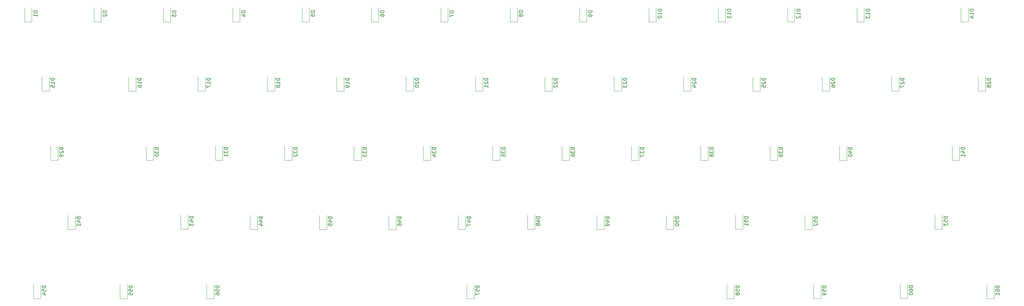
<source format=gbr>
%TF.GenerationSoftware,KiCad,Pcbnew,6.0.6-3a73a75311~116~ubuntu21.10.1*%
%TF.CreationDate,2022-10-26T18:33:10+02:00*%
%TF.ProjectId,Keyboard,4b657962-6f61-4726-942e-6b696361645f,rev?*%
%TF.SameCoordinates,Original*%
%TF.FileFunction,Legend,Bot*%
%TF.FilePolarity,Positive*%
%FSLAX46Y46*%
G04 Gerber Fmt 4.6, Leading zero omitted, Abs format (unit mm)*
G04 Created by KiCad (PCBNEW 6.0.6-3a73a75311~116~ubuntu21.10.1) date 2022-10-26 18:33:10*
%MOMM*%
%LPD*%
G01*
G04 APERTURE LIST*
%ADD10C,0.150000*%
%ADD11C,0.120000*%
G04 APERTURE END LIST*
D10*
%TO.C,D61*%
X347552780Y-145145114D02*
X346552780Y-145145114D01*
X346552780Y-145383209D01*
X346600400Y-145526066D01*
X346695638Y-145621304D01*
X346790876Y-145668923D01*
X346981352Y-145716542D01*
X347124209Y-145716542D01*
X347314685Y-145668923D01*
X347409923Y-145621304D01*
X347505161Y-145526066D01*
X347552780Y-145383209D01*
X347552780Y-145145114D01*
X346552780Y-146573685D02*
X346552780Y-146383209D01*
X346600400Y-146287971D01*
X346648019Y-146240352D01*
X346790876Y-146145114D01*
X346981352Y-146097495D01*
X347362304Y-146097495D01*
X347457542Y-146145114D01*
X347505161Y-146192733D01*
X347552780Y-146287971D01*
X347552780Y-146478447D01*
X347505161Y-146573685D01*
X347457542Y-146621304D01*
X347362304Y-146668923D01*
X347124209Y-146668923D01*
X347028971Y-146621304D01*
X346981352Y-146573685D01*
X346933733Y-146478447D01*
X346933733Y-146287971D01*
X346981352Y-146192733D01*
X347028971Y-146145114D01*
X347124209Y-146097495D01*
X347552780Y-147621304D02*
X347552780Y-147049876D01*
X347552780Y-147335590D02*
X346552780Y-147335590D01*
X346695638Y-147240352D01*
X346790876Y-147145114D01*
X346838495Y-147049876D01*
%TO.C,D19*%
X168972880Y-87998414D02*
X167972880Y-87998414D01*
X167972880Y-88236509D01*
X168020500Y-88379366D01*
X168115738Y-88474604D01*
X168210976Y-88522223D01*
X168401452Y-88569842D01*
X168544309Y-88569842D01*
X168734785Y-88522223D01*
X168830023Y-88474604D01*
X168925261Y-88379366D01*
X168972880Y-88236509D01*
X168972880Y-87998414D01*
X168972880Y-89522223D02*
X168972880Y-88950795D01*
X168972880Y-89236509D02*
X167972880Y-89236509D01*
X168115738Y-89141271D01*
X168210976Y-89046033D01*
X168258595Y-88950795D01*
X168972880Y-89998414D02*
X168972880Y-90188890D01*
X168925261Y-90284128D01*
X168877642Y-90331747D01*
X168734785Y-90426985D01*
X168544309Y-90474604D01*
X168163357Y-90474604D01*
X168068119Y-90426985D01*
X168020500Y-90379366D01*
X167972880Y-90284128D01*
X167972880Y-90093652D01*
X168020500Y-89998414D01*
X168068119Y-89950795D01*
X168163357Y-89903176D01*
X168401452Y-89903176D01*
X168496690Y-89950795D01*
X168544309Y-89998414D01*
X168591928Y-90093652D01*
X168591928Y-90284128D01*
X168544309Y-90379366D01*
X168496690Y-90426985D01*
X168401452Y-90474604D01*
%TO.C,D5*%
X159452280Y-69427704D02*
X158452280Y-69427704D01*
X158452280Y-69665800D01*
X158499900Y-69808657D01*
X158595138Y-69903895D01*
X158690376Y-69951514D01*
X158880852Y-69999133D01*
X159023709Y-69999133D01*
X159214185Y-69951514D01*
X159309423Y-69903895D01*
X159404661Y-69808657D01*
X159452280Y-69665800D01*
X159452280Y-69427704D01*
X158452280Y-70903895D02*
X158452280Y-70427704D01*
X158928471Y-70380085D01*
X158880852Y-70427704D01*
X158833233Y-70522942D01*
X158833233Y-70761038D01*
X158880852Y-70856276D01*
X158928471Y-70903895D01*
X159023709Y-70951514D01*
X159261804Y-70951514D01*
X159357042Y-70903895D01*
X159404661Y-70856276D01*
X159452280Y-70761038D01*
X159452280Y-70522942D01*
X159404661Y-70427704D01*
X159357042Y-70380085D01*
%TO.C,D16*%
X111823880Y-87998714D02*
X110823880Y-87998714D01*
X110823880Y-88236809D01*
X110871500Y-88379666D01*
X110966738Y-88474904D01*
X111061976Y-88522523D01*
X111252452Y-88570142D01*
X111395309Y-88570142D01*
X111585785Y-88522523D01*
X111681023Y-88474904D01*
X111776261Y-88379666D01*
X111823880Y-88236809D01*
X111823880Y-87998714D01*
X111823880Y-89522523D02*
X111823880Y-88951095D01*
X111823880Y-89236809D02*
X110823880Y-89236809D01*
X110966738Y-89141571D01*
X111061976Y-89046333D01*
X111109595Y-88951095D01*
X110823880Y-90379666D02*
X110823880Y-90189190D01*
X110871500Y-90093952D01*
X110919119Y-90046333D01*
X111061976Y-89951095D01*
X111252452Y-89903476D01*
X111633404Y-89903476D01*
X111728642Y-89951095D01*
X111776261Y-89998714D01*
X111823880Y-90093952D01*
X111823880Y-90284428D01*
X111776261Y-90379666D01*
X111728642Y-90427285D01*
X111633404Y-90474904D01*
X111395309Y-90474904D01*
X111300071Y-90427285D01*
X111252452Y-90379666D01*
X111204833Y-90284428D01*
X111204833Y-90093952D01*
X111252452Y-89998714D01*
X111300071Y-89951095D01*
X111395309Y-89903476D01*
%TO.C,D52*%
X297549680Y-126096314D02*
X296549680Y-126096314D01*
X296549680Y-126334409D01*
X296597300Y-126477266D01*
X296692538Y-126572504D01*
X296787776Y-126620123D01*
X296978252Y-126667742D01*
X297121109Y-126667742D01*
X297311585Y-126620123D01*
X297406823Y-126572504D01*
X297502061Y-126477266D01*
X297549680Y-126334409D01*
X297549680Y-126096314D01*
X296549680Y-127572504D02*
X296549680Y-127096314D01*
X297025871Y-127048695D01*
X296978252Y-127096314D01*
X296930633Y-127191552D01*
X296930633Y-127429647D01*
X296978252Y-127524885D01*
X297025871Y-127572504D01*
X297121109Y-127620123D01*
X297359204Y-127620123D01*
X297454442Y-127572504D01*
X297502061Y-127524885D01*
X297549680Y-127429647D01*
X297549680Y-127191552D01*
X297502061Y-127096314D01*
X297454442Y-127048695D01*
X296644919Y-128001076D02*
X296597300Y-128048695D01*
X296549680Y-128143933D01*
X296549680Y-128382028D01*
X296597300Y-128477266D01*
X296644919Y-128524885D01*
X296740157Y-128572504D01*
X296835395Y-128572504D01*
X296978252Y-128524885D01*
X297549680Y-127953457D01*
X297549680Y-128572504D01*
%TO.C,D8*%
X216602280Y-69427704D02*
X215602280Y-69427704D01*
X215602280Y-69665800D01*
X215649900Y-69808657D01*
X215745138Y-69903895D01*
X215840376Y-69951514D01*
X216030852Y-69999133D01*
X216173709Y-69999133D01*
X216364185Y-69951514D01*
X216459423Y-69903895D01*
X216554661Y-69808657D01*
X216602280Y-69665800D01*
X216602280Y-69427704D01*
X216030852Y-70570561D02*
X215983233Y-70475323D01*
X215935614Y-70427704D01*
X215840376Y-70380085D01*
X215792757Y-70380085D01*
X215697519Y-70427704D01*
X215649900Y-70475323D01*
X215602280Y-70570561D01*
X215602280Y-70761038D01*
X215649900Y-70856276D01*
X215697519Y-70903895D01*
X215792757Y-70951514D01*
X215840376Y-70951514D01*
X215935614Y-70903895D01*
X215983233Y-70856276D01*
X216030852Y-70761038D01*
X216030852Y-70570561D01*
X216078471Y-70475323D01*
X216126090Y-70427704D01*
X216221328Y-70380085D01*
X216411804Y-70380085D01*
X216507042Y-70427704D01*
X216554661Y-70475323D01*
X216602280Y-70570561D01*
X216602280Y-70761038D01*
X216554661Y-70856276D01*
X216507042Y-70903895D01*
X216411804Y-70951514D01*
X216221328Y-70951514D01*
X216126090Y-70903895D01*
X216078471Y-70856276D01*
X216030852Y-70761038D01*
%TO.C,D44*%
X145159480Y-126096014D02*
X144159480Y-126096014D01*
X144159480Y-126334109D01*
X144207100Y-126476966D01*
X144302338Y-126572204D01*
X144397576Y-126619823D01*
X144588052Y-126667442D01*
X144730909Y-126667442D01*
X144921385Y-126619823D01*
X145016623Y-126572204D01*
X145111861Y-126476966D01*
X145159480Y-126334109D01*
X145159480Y-126096014D01*
X144492814Y-127524585D02*
X145159480Y-127524585D01*
X144111861Y-127286490D02*
X144826147Y-127048395D01*
X144826147Y-127667442D01*
X144492814Y-128476966D02*
X145159480Y-128476966D01*
X144111861Y-128238871D02*
X144826147Y-128000776D01*
X144826147Y-128619823D01*
%TO.C,D22*%
X226122880Y-87998414D02*
X225122880Y-87998414D01*
X225122880Y-88236509D01*
X225170500Y-88379366D01*
X225265738Y-88474604D01*
X225360976Y-88522223D01*
X225551452Y-88569842D01*
X225694309Y-88569842D01*
X225884785Y-88522223D01*
X225980023Y-88474604D01*
X226075261Y-88379366D01*
X226122880Y-88236509D01*
X226122880Y-87998414D01*
X225218119Y-88950795D02*
X225170500Y-88998414D01*
X225122880Y-89093652D01*
X225122880Y-89331747D01*
X225170500Y-89426985D01*
X225218119Y-89474604D01*
X225313357Y-89522223D01*
X225408595Y-89522223D01*
X225551452Y-89474604D01*
X226122880Y-88903176D01*
X226122880Y-89522223D01*
X225218119Y-89903176D02*
X225170500Y-89950795D01*
X225122880Y-90046033D01*
X225122880Y-90284128D01*
X225170500Y-90379366D01*
X225218119Y-90426985D01*
X225313357Y-90474604D01*
X225408595Y-90474604D01*
X225551452Y-90426985D01*
X226122880Y-89855557D01*
X226122880Y-90474604D01*
%TO.C,D42*%
X95156380Y-126096014D02*
X94156380Y-126096014D01*
X94156380Y-126334109D01*
X94204000Y-126476966D01*
X94299238Y-126572204D01*
X94394476Y-126619823D01*
X94584952Y-126667442D01*
X94727809Y-126667442D01*
X94918285Y-126619823D01*
X95013523Y-126572204D01*
X95108761Y-126476966D01*
X95156380Y-126334109D01*
X95156380Y-126096014D01*
X94489714Y-127524585D02*
X95156380Y-127524585D01*
X94108761Y-127286490D02*
X94823047Y-127048395D01*
X94823047Y-127667442D01*
X94251619Y-128000776D02*
X94204000Y-128048395D01*
X94156380Y-128143633D01*
X94156380Y-128381728D01*
X94204000Y-128476966D01*
X94251619Y-128524585D01*
X94346857Y-128572204D01*
X94442095Y-128572204D01*
X94584952Y-128524585D01*
X95156380Y-127953157D01*
X95156380Y-128572204D01*
%TO.C,D25*%
X283272880Y-87998414D02*
X282272880Y-87998414D01*
X282272880Y-88236509D01*
X282320500Y-88379366D01*
X282415738Y-88474604D01*
X282510976Y-88522223D01*
X282701452Y-88569842D01*
X282844309Y-88569842D01*
X283034785Y-88522223D01*
X283130023Y-88474604D01*
X283225261Y-88379366D01*
X283272880Y-88236509D01*
X283272880Y-87998414D01*
X282368119Y-88950795D02*
X282320500Y-88998414D01*
X282272880Y-89093652D01*
X282272880Y-89331747D01*
X282320500Y-89426985D01*
X282368119Y-89474604D01*
X282463357Y-89522223D01*
X282558595Y-89522223D01*
X282701452Y-89474604D01*
X283272880Y-88903176D01*
X283272880Y-89522223D01*
X282272880Y-90426985D02*
X282272880Y-89950795D01*
X282749071Y-89903176D01*
X282701452Y-89950795D01*
X282653833Y-90046033D01*
X282653833Y-90284128D01*
X282701452Y-90379366D01*
X282749071Y-90426985D01*
X282844309Y-90474604D01*
X283082404Y-90474604D01*
X283177642Y-90426985D01*
X283225261Y-90379366D01*
X283272880Y-90284128D01*
X283272880Y-90046033D01*
X283225261Y-89950795D01*
X283177642Y-89903176D01*
%TO.C,D24*%
X264222880Y-87998414D02*
X263222880Y-87998414D01*
X263222880Y-88236509D01*
X263270500Y-88379366D01*
X263365738Y-88474604D01*
X263460976Y-88522223D01*
X263651452Y-88569842D01*
X263794309Y-88569842D01*
X263984785Y-88522223D01*
X264080023Y-88474604D01*
X264175261Y-88379366D01*
X264222880Y-88236509D01*
X264222880Y-87998414D01*
X263318119Y-88950795D02*
X263270500Y-88998414D01*
X263222880Y-89093652D01*
X263222880Y-89331747D01*
X263270500Y-89426985D01*
X263318119Y-89474604D01*
X263413357Y-89522223D01*
X263508595Y-89522223D01*
X263651452Y-89474604D01*
X264222880Y-88903176D01*
X264222880Y-89522223D01*
X263556214Y-90379366D02*
X264222880Y-90379366D01*
X263175261Y-90141271D02*
X263889547Y-89903176D01*
X263889547Y-90522223D01*
%TO.C,D50*%
X259450880Y-126096314D02*
X258450880Y-126096314D01*
X258450880Y-126334409D01*
X258498500Y-126477266D01*
X258593738Y-126572504D01*
X258688976Y-126620123D01*
X258879452Y-126667742D01*
X259022309Y-126667742D01*
X259212785Y-126620123D01*
X259308023Y-126572504D01*
X259403261Y-126477266D01*
X259450880Y-126334409D01*
X259450880Y-126096314D01*
X258450880Y-127572504D02*
X258450880Y-127096314D01*
X258927071Y-127048695D01*
X258879452Y-127096314D01*
X258831833Y-127191552D01*
X258831833Y-127429647D01*
X258879452Y-127524885D01*
X258927071Y-127572504D01*
X259022309Y-127620123D01*
X259260404Y-127620123D01*
X259355642Y-127572504D01*
X259403261Y-127524885D01*
X259450880Y-127429647D01*
X259450880Y-127191552D01*
X259403261Y-127096314D01*
X259355642Y-127048695D01*
X258450880Y-128239171D02*
X258450880Y-128334409D01*
X258498500Y-128429647D01*
X258546119Y-128477266D01*
X258641357Y-128524885D01*
X258831833Y-128572504D01*
X259069928Y-128572504D01*
X259260404Y-128524885D01*
X259355642Y-128477266D01*
X259403261Y-128429647D01*
X259450880Y-128334409D01*
X259450880Y-128239171D01*
X259403261Y-128143933D01*
X259355642Y-128096314D01*
X259260404Y-128048695D01*
X259069928Y-128001076D01*
X258831833Y-128001076D01*
X258641357Y-128048695D01*
X258546119Y-128096314D01*
X258498500Y-128143933D01*
X258450880Y-128239171D01*
%TO.C,D45*%
X164208080Y-126096314D02*
X163208080Y-126096314D01*
X163208080Y-126334409D01*
X163255700Y-126477266D01*
X163350938Y-126572504D01*
X163446176Y-126620123D01*
X163636652Y-126667742D01*
X163779509Y-126667742D01*
X163969985Y-126620123D01*
X164065223Y-126572504D01*
X164160461Y-126477266D01*
X164208080Y-126334409D01*
X164208080Y-126096314D01*
X163541414Y-127524885D02*
X164208080Y-127524885D01*
X163160461Y-127286790D02*
X163874747Y-127048695D01*
X163874747Y-127667742D01*
X163208080Y-128524885D02*
X163208080Y-128048695D01*
X163684271Y-128001076D01*
X163636652Y-128048695D01*
X163589033Y-128143933D01*
X163589033Y-128382028D01*
X163636652Y-128477266D01*
X163684271Y-128524885D01*
X163779509Y-128572504D01*
X164017604Y-128572504D01*
X164112842Y-128524885D01*
X164160461Y-128477266D01*
X164208080Y-128382028D01*
X164208080Y-128143933D01*
X164160461Y-128048695D01*
X164112842Y-128001076D01*
%TO.C,D34*%
X192783880Y-107047214D02*
X191783880Y-107047214D01*
X191783880Y-107285309D01*
X191831500Y-107428166D01*
X191926738Y-107523404D01*
X192021976Y-107571023D01*
X192212452Y-107618642D01*
X192355309Y-107618642D01*
X192545785Y-107571023D01*
X192641023Y-107523404D01*
X192736261Y-107428166D01*
X192783880Y-107285309D01*
X192783880Y-107047214D01*
X191783880Y-107951976D02*
X191783880Y-108571023D01*
X192164833Y-108237690D01*
X192164833Y-108380547D01*
X192212452Y-108475785D01*
X192260071Y-108523404D01*
X192355309Y-108571023D01*
X192593404Y-108571023D01*
X192688642Y-108523404D01*
X192736261Y-108475785D01*
X192783880Y-108380547D01*
X192783880Y-108094833D01*
X192736261Y-107999595D01*
X192688642Y-107951976D01*
X192117214Y-109428166D02*
X192783880Y-109428166D01*
X191736261Y-109190071D02*
X192450547Y-108951976D01*
X192450547Y-109571023D01*
%TO.C,D41*%
X338028580Y-107047214D02*
X337028580Y-107047214D01*
X337028580Y-107285309D01*
X337076200Y-107428166D01*
X337171438Y-107523404D01*
X337266676Y-107571023D01*
X337457152Y-107618642D01*
X337600009Y-107618642D01*
X337790485Y-107571023D01*
X337885723Y-107523404D01*
X337980961Y-107428166D01*
X338028580Y-107285309D01*
X338028580Y-107047214D01*
X337361914Y-108475785D02*
X338028580Y-108475785D01*
X336980961Y-108237690D02*
X337695247Y-107999595D01*
X337695247Y-108618642D01*
X338028580Y-109523404D02*
X338028580Y-108951976D01*
X338028580Y-109237690D02*
X337028580Y-109237690D01*
X337171438Y-109142452D01*
X337266676Y-109047214D01*
X337314295Y-108951976D01*
%TO.C,D18*%
X149922880Y-87998414D02*
X148922880Y-87998414D01*
X148922880Y-88236509D01*
X148970500Y-88379366D01*
X149065738Y-88474604D01*
X149160976Y-88522223D01*
X149351452Y-88569842D01*
X149494309Y-88569842D01*
X149684785Y-88522223D01*
X149780023Y-88474604D01*
X149875261Y-88379366D01*
X149922880Y-88236509D01*
X149922880Y-87998414D01*
X149922880Y-89522223D02*
X149922880Y-88950795D01*
X149922880Y-89236509D02*
X148922880Y-89236509D01*
X149065738Y-89141271D01*
X149160976Y-89046033D01*
X149208595Y-88950795D01*
X149351452Y-90093652D02*
X149303833Y-89998414D01*
X149256214Y-89950795D01*
X149160976Y-89903176D01*
X149113357Y-89903176D01*
X149018119Y-89950795D01*
X148970500Y-89998414D01*
X148922880Y-90093652D01*
X148922880Y-90284128D01*
X148970500Y-90379366D01*
X149018119Y-90426985D01*
X149113357Y-90474604D01*
X149160976Y-90474604D01*
X149256214Y-90426985D01*
X149303833Y-90379366D01*
X149351452Y-90284128D01*
X149351452Y-90093652D01*
X149399071Y-89998414D01*
X149446690Y-89950795D01*
X149541928Y-89903176D01*
X149732404Y-89903176D01*
X149827642Y-89950795D01*
X149875261Y-89998414D01*
X149922880Y-90093652D01*
X149922880Y-90284128D01*
X149875261Y-90379366D01*
X149827642Y-90426985D01*
X149732404Y-90474604D01*
X149541928Y-90474604D01*
X149446690Y-90426985D01*
X149399071Y-90379366D01*
X149351452Y-90284128D01*
%TO.C,D2*%
X102302280Y-69427704D02*
X101302280Y-69427704D01*
X101302280Y-69665800D01*
X101349900Y-69808657D01*
X101445138Y-69903895D01*
X101540376Y-69951514D01*
X101730852Y-69999133D01*
X101873709Y-69999133D01*
X102064185Y-69951514D01*
X102159423Y-69903895D01*
X102254661Y-69808657D01*
X102302280Y-69665800D01*
X102302280Y-69427704D01*
X101397519Y-70380085D02*
X101349900Y-70427704D01*
X101302280Y-70522942D01*
X101302280Y-70761038D01*
X101349900Y-70856276D01*
X101397519Y-70903895D01*
X101492757Y-70951514D01*
X101587995Y-70951514D01*
X101730852Y-70903895D01*
X102302280Y-70332466D01*
X102302280Y-70951514D01*
%TO.C,D3*%
X121352280Y-69427704D02*
X120352280Y-69427704D01*
X120352280Y-69665800D01*
X120399900Y-69808657D01*
X120495138Y-69903895D01*
X120590376Y-69951514D01*
X120780852Y-69999133D01*
X120923709Y-69999133D01*
X121114185Y-69951514D01*
X121209423Y-69903895D01*
X121304661Y-69808657D01*
X121352280Y-69665800D01*
X121352280Y-69427704D01*
X120352280Y-70332466D02*
X120352280Y-70951514D01*
X120733233Y-70618180D01*
X120733233Y-70761038D01*
X120780852Y-70856276D01*
X120828471Y-70903895D01*
X120923709Y-70951514D01*
X121161804Y-70951514D01*
X121257042Y-70903895D01*
X121304661Y-70856276D01*
X121352280Y-70761038D01*
X121352280Y-70475323D01*
X121304661Y-70380085D01*
X121257042Y-70332466D01*
%TO.C,D55*%
X109442780Y-145145114D02*
X108442780Y-145145114D01*
X108442780Y-145383209D01*
X108490400Y-145526066D01*
X108585638Y-145621304D01*
X108680876Y-145668923D01*
X108871352Y-145716542D01*
X109014209Y-145716542D01*
X109204685Y-145668923D01*
X109299923Y-145621304D01*
X109395161Y-145526066D01*
X109442780Y-145383209D01*
X109442780Y-145145114D01*
X108442780Y-146621304D02*
X108442780Y-146145114D01*
X108918971Y-146097495D01*
X108871352Y-146145114D01*
X108823733Y-146240352D01*
X108823733Y-146478447D01*
X108871352Y-146573685D01*
X108918971Y-146621304D01*
X109014209Y-146668923D01*
X109252304Y-146668923D01*
X109347542Y-146621304D01*
X109395161Y-146573685D01*
X109442780Y-146478447D01*
X109442780Y-146240352D01*
X109395161Y-146145114D01*
X109347542Y-146097495D01*
X108442780Y-147573685D02*
X108442780Y-147097495D01*
X108918971Y-147049876D01*
X108871352Y-147097495D01*
X108823733Y-147192733D01*
X108823733Y-147430828D01*
X108871352Y-147526066D01*
X108918971Y-147573685D01*
X109014209Y-147621304D01*
X109252304Y-147621304D01*
X109347542Y-147573685D01*
X109395161Y-147526066D01*
X109442780Y-147430828D01*
X109442780Y-147192733D01*
X109395161Y-147097495D01*
X109347542Y-147049876D01*
%TO.C,D11*%
X273752280Y-68951514D02*
X272752280Y-68951514D01*
X272752280Y-69189609D01*
X272799900Y-69332466D01*
X272895138Y-69427704D01*
X272990376Y-69475323D01*
X273180852Y-69522942D01*
X273323709Y-69522942D01*
X273514185Y-69475323D01*
X273609423Y-69427704D01*
X273704661Y-69332466D01*
X273752280Y-69189609D01*
X273752280Y-68951514D01*
X273752280Y-70475323D02*
X273752280Y-69903895D01*
X273752280Y-70189609D02*
X272752280Y-70189609D01*
X272895138Y-70094371D01*
X272990376Y-69999133D01*
X273037995Y-69903895D01*
X273752280Y-71427704D02*
X273752280Y-70856276D01*
X273752280Y-71141990D02*
X272752280Y-71141990D01*
X272895138Y-71046752D01*
X272990376Y-70951514D01*
X273037995Y-70856276D01*
%TO.C,D13*%
X311852280Y-68951514D02*
X310852280Y-68951514D01*
X310852280Y-69189609D01*
X310899900Y-69332466D01*
X310995138Y-69427704D01*
X311090376Y-69475323D01*
X311280852Y-69522942D01*
X311423709Y-69522942D01*
X311614185Y-69475323D01*
X311709423Y-69427704D01*
X311804661Y-69332466D01*
X311852280Y-69189609D01*
X311852280Y-68951514D01*
X311852280Y-70475323D02*
X311852280Y-69903895D01*
X311852280Y-70189609D02*
X310852280Y-70189609D01*
X310995138Y-70094371D01*
X311090376Y-69999133D01*
X311137995Y-69903895D01*
X310852280Y-70808657D02*
X310852280Y-71427704D01*
X311233233Y-71094371D01*
X311233233Y-71237228D01*
X311280852Y-71332466D01*
X311328471Y-71380085D01*
X311423709Y-71427704D01*
X311661804Y-71427704D01*
X311757042Y-71380085D01*
X311804661Y-71332466D01*
X311852280Y-71237228D01*
X311852280Y-70951514D01*
X311804661Y-70856276D01*
X311757042Y-70808657D01*
%TO.C,D15*%
X88012880Y-87998714D02*
X87012880Y-87998714D01*
X87012880Y-88236809D01*
X87060500Y-88379666D01*
X87155738Y-88474904D01*
X87250976Y-88522523D01*
X87441452Y-88570142D01*
X87584309Y-88570142D01*
X87774785Y-88522523D01*
X87870023Y-88474904D01*
X87965261Y-88379666D01*
X88012880Y-88236809D01*
X88012880Y-87998714D01*
X88012880Y-89522523D02*
X88012880Y-88951095D01*
X88012880Y-89236809D02*
X87012880Y-89236809D01*
X87155738Y-89141571D01*
X87250976Y-89046333D01*
X87298595Y-88951095D01*
X87012880Y-90427285D02*
X87012880Y-89951095D01*
X87489071Y-89903476D01*
X87441452Y-89951095D01*
X87393833Y-90046333D01*
X87393833Y-90284428D01*
X87441452Y-90379666D01*
X87489071Y-90427285D01*
X87584309Y-90474904D01*
X87822404Y-90474904D01*
X87917642Y-90427285D01*
X87965261Y-90379666D01*
X88012880Y-90284428D01*
X88012880Y-90046333D01*
X87965261Y-89951095D01*
X87917642Y-89903476D01*
%TO.C,D49*%
X240400880Y-126096314D02*
X239400880Y-126096314D01*
X239400880Y-126334409D01*
X239448500Y-126477266D01*
X239543738Y-126572504D01*
X239638976Y-126620123D01*
X239829452Y-126667742D01*
X239972309Y-126667742D01*
X240162785Y-126620123D01*
X240258023Y-126572504D01*
X240353261Y-126477266D01*
X240400880Y-126334409D01*
X240400880Y-126096314D01*
X239734214Y-127524885D02*
X240400880Y-127524885D01*
X239353261Y-127286790D02*
X240067547Y-127048695D01*
X240067547Y-127667742D01*
X240400880Y-128096314D02*
X240400880Y-128286790D01*
X240353261Y-128382028D01*
X240305642Y-128429647D01*
X240162785Y-128524885D01*
X239972309Y-128572504D01*
X239591357Y-128572504D01*
X239496119Y-128524885D01*
X239448500Y-128477266D01*
X239400880Y-128382028D01*
X239400880Y-128191552D01*
X239448500Y-128096314D01*
X239496119Y-128048695D01*
X239591357Y-128001076D01*
X239829452Y-128001076D01*
X239924690Y-128048695D01*
X239972309Y-128096314D01*
X240019928Y-128191552D01*
X240019928Y-128382028D01*
X239972309Y-128477266D01*
X239924690Y-128524885D01*
X239829452Y-128572504D01*
%TO.C,D31*%
X135634880Y-107047514D02*
X134634880Y-107047514D01*
X134634880Y-107285609D01*
X134682500Y-107428466D01*
X134777738Y-107523704D01*
X134872976Y-107571323D01*
X135063452Y-107618942D01*
X135206309Y-107618942D01*
X135396785Y-107571323D01*
X135492023Y-107523704D01*
X135587261Y-107428466D01*
X135634880Y-107285609D01*
X135634880Y-107047514D01*
X134634880Y-107952276D02*
X134634880Y-108571323D01*
X135015833Y-108237990D01*
X135015833Y-108380847D01*
X135063452Y-108476085D01*
X135111071Y-108523704D01*
X135206309Y-108571323D01*
X135444404Y-108571323D01*
X135539642Y-108523704D01*
X135587261Y-108476085D01*
X135634880Y-108380847D01*
X135634880Y-108095133D01*
X135587261Y-107999895D01*
X135539642Y-107952276D01*
X135634880Y-109523704D02*
X135634880Y-108952276D01*
X135634880Y-109237990D02*
X134634880Y-109237990D01*
X134777738Y-109142752D01*
X134872976Y-109047514D01*
X134920595Y-108952276D01*
%TO.C,D38*%
X268983880Y-107047214D02*
X267983880Y-107047214D01*
X267983880Y-107285309D01*
X268031500Y-107428166D01*
X268126738Y-107523404D01*
X268221976Y-107571023D01*
X268412452Y-107618642D01*
X268555309Y-107618642D01*
X268745785Y-107571023D01*
X268841023Y-107523404D01*
X268936261Y-107428166D01*
X268983880Y-107285309D01*
X268983880Y-107047214D01*
X267983880Y-107951976D02*
X267983880Y-108571023D01*
X268364833Y-108237690D01*
X268364833Y-108380547D01*
X268412452Y-108475785D01*
X268460071Y-108523404D01*
X268555309Y-108571023D01*
X268793404Y-108571023D01*
X268888642Y-108523404D01*
X268936261Y-108475785D01*
X268983880Y-108380547D01*
X268983880Y-108094833D01*
X268936261Y-107999595D01*
X268888642Y-107951976D01*
X268412452Y-109142452D02*
X268364833Y-109047214D01*
X268317214Y-108999595D01*
X268221976Y-108951976D01*
X268174357Y-108951976D01*
X268079119Y-108999595D01*
X268031500Y-109047214D01*
X267983880Y-109142452D01*
X267983880Y-109332928D01*
X268031500Y-109428166D01*
X268079119Y-109475785D01*
X268174357Y-109523404D01*
X268221976Y-109523404D01*
X268317214Y-109475785D01*
X268364833Y-109428166D01*
X268412452Y-109332928D01*
X268412452Y-109142452D01*
X268460071Y-109047214D01*
X268507690Y-108999595D01*
X268602928Y-108951976D01*
X268793404Y-108951976D01*
X268888642Y-108999595D01*
X268936261Y-109047214D01*
X268983880Y-109142452D01*
X268983880Y-109332928D01*
X268936261Y-109428166D01*
X268888642Y-109475785D01*
X268793404Y-109523404D01*
X268602928Y-109523404D01*
X268507690Y-109475785D01*
X268460071Y-109428166D01*
X268412452Y-109332928D01*
%TO.C,D26*%
X302322880Y-87998414D02*
X301322880Y-87998414D01*
X301322880Y-88236509D01*
X301370500Y-88379366D01*
X301465738Y-88474604D01*
X301560976Y-88522223D01*
X301751452Y-88569842D01*
X301894309Y-88569842D01*
X302084785Y-88522223D01*
X302180023Y-88474604D01*
X302275261Y-88379366D01*
X302322880Y-88236509D01*
X302322880Y-87998414D01*
X301418119Y-88950795D02*
X301370500Y-88998414D01*
X301322880Y-89093652D01*
X301322880Y-89331747D01*
X301370500Y-89426985D01*
X301418119Y-89474604D01*
X301513357Y-89522223D01*
X301608595Y-89522223D01*
X301751452Y-89474604D01*
X302322880Y-88903176D01*
X302322880Y-89522223D01*
X301322880Y-90379366D02*
X301322880Y-90188890D01*
X301370500Y-90093652D01*
X301418119Y-90046033D01*
X301560976Y-89950795D01*
X301751452Y-89903176D01*
X302132404Y-89903176D01*
X302227642Y-89950795D01*
X302275261Y-89998414D01*
X302322880Y-90093652D01*
X302322880Y-90284128D01*
X302275261Y-90379366D01*
X302227642Y-90426985D01*
X302132404Y-90474604D01*
X301894309Y-90474604D01*
X301799071Y-90426985D01*
X301751452Y-90379366D01*
X301703833Y-90284128D01*
X301703833Y-90093652D01*
X301751452Y-89998414D01*
X301799071Y-89950795D01*
X301894309Y-89903176D01*
%TO.C,D46*%
X183250880Y-126096314D02*
X182250880Y-126096314D01*
X182250880Y-126334409D01*
X182298500Y-126477266D01*
X182393738Y-126572504D01*
X182488976Y-126620123D01*
X182679452Y-126667742D01*
X182822309Y-126667742D01*
X183012785Y-126620123D01*
X183108023Y-126572504D01*
X183203261Y-126477266D01*
X183250880Y-126334409D01*
X183250880Y-126096314D01*
X182584214Y-127524885D02*
X183250880Y-127524885D01*
X182203261Y-127286790D02*
X182917547Y-127048695D01*
X182917547Y-127667742D01*
X182250880Y-128477266D02*
X182250880Y-128286790D01*
X182298500Y-128191552D01*
X182346119Y-128143933D01*
X182488976Y-128048695D01*
X182679452Y-128001076D01*
X183060404Y-128001076D01*
X183155642Y-128048695D01*
X183203261Y-128096314D01*
X183250880Y-128191552D01*
X183250880Y-128382028D01*
X183203261Y-128477266D01*
X183155642Y-128524885D01*
X183060404Y-128572504D01*
X182822309Y-128572504D01*
X182727071Y-128524885D01*
X182679452Y-128477266D01*
X182631833Y-128382028D01*
X182631833Y-128191552D01*
X182679452Y-128096314D01*
X182727071Y-128048695D01*
X182822309Y-128001076D01*
%TO.C,D35*%
X211833880Y-107047214D02*
X210833880Y-107047214D01*
X210833880Y-107285309D01*
X210881500Y-107428166D01*
X210976738Y-107523404D01*
X211071976Y-107571023D01*
X211262452Y-107618642D01*
X211405309Y-107618642D01*
X211595785Y-107571023D01*
X211691023Y-107523404D01*
X211786261Y-107428166D01*
X211833880Y-107285309D01*
X211833880Y-107047214D01*
X210833880Y-107951976D02*
X210833880Y-108571023D01*
X211214833Y-108237690D01*
X211214833Y-108380547D01*
X211262452Y-108475785D01*
X211310071Y-108523404D01*
X211405309Y-108571023D01*
X211643404Y-108571023D01*
X211738642Y-108523404D01*
X211786261Y-108475785D01*
X211833880Y-108380547D01*
X211833880Y-108094833D01*
X211786261Y-107999595D01*
X211738642Y-107951976D01*
X210833880Y-109475785D02*
X210833880Y-108999595D01*
X211310071Y-108951976D01*
X211262452Y-108999595D01*
X211214833Y-109094833D01*
X211214833Y-109332928D01*
X211262452Y-109428166D01*
X211310071Y-109475785D01*
X211405309Y-109523404D01*
X211643404Y-109523404D01*
X211738642Y-109475785D01*
X211786261Y-109428166D01*
X211833880Y-109332928D01*
X211833880Y-109094833D01*
X211786261Y-108999595D01*
X211738642Y-108951976D01*
%TO.C,D17*%
X130872880Y-87998414D02*
X129872880Y-87998414D01*
X129872880Y-88236509D01*
X129920500Y-88379366D01*
X130015738Y-88474604D01*
X130110976Y-88522223D01*
X130301452Y-88569842D01*
X130444309Y-88569842D01*
X130634785Y-88522223D01*
X130730023Y-88474604D01*
X130825261Y-88379366D01*
X130872880Y-88236509D01*
X130872880Y-87998414D01*
X130872880Y-89522223D02*
X130872880Y-88950795D01*
X130872880Y-89236509D02*
X129872880Y-89236509D01*
X130015738Y-89141271D01*
X130110976Y-89046033D01*
X130158595Y-88950795D01*
X129872880Y-89855557D02*
X129872880Y-90522223D01*
X130872880Y-90093652D01*
%TO.C,D10*%
X254702280Y-68951514D02*
X253702280Y-68951514D01*
X253702280Y-69189609D01*
X253749900Y-69332466D01*
X253845138Y-69427704D01*
X253940376Y-69475323D01*
X254130852Y-69522942D01*
X254273709Y-69522942D01*
X254464185Y-69475323D01*
X254559423Y-69427704D01*
X254654661Y-69332466D01*
X254702280Y-69189609D01*
X254702280Y-68951514D01*
X254702280Y-70475323D02*
X254702280Y-69903895D01*
X254702280Y-70189609D02*
X253702280Y-70189609D01*
X253845138Y-70094371D01*
X253940376Y-69999133D01*
X253987995Y-69903895D01*
X253702280Y-71094371D02*
X253702280Y-71189609D01*
X253749900Y-71284847D01*
X253797519Y-71332466D01*
X253892757Y-71380085D01*
X254083233Y-71427704D01*
X254321328Y-71427704D01*
X254511804Y-71380085D01*
X254607042Y-71332466D01*
X254654661Y-71284847D01*
X254702280Y-71189609D01*
X254702280Y-71094371D01*
X254654661Y-70999133D01*
X254607042Y-70951514D01*
X254511804Y-70903895D01*
X254321328Y-70856276D01*
X254083233Y-70856276D01*
X253892757Y-70903895D01*
X253797519Y-70951514D01*
X253749900Y-70999133D01*
X253702280Y-71094371D01*
%TO.C,D20*%
X188022880Y-87998414D02*
X187022880Y-87998414D01*
X187022880Y-88236509D01*
X187070500Y-88379366D01*
X187165738Y-88474604D01*
X187260976Y-88522223D01*
X187451452Y-88569842D01*
X187594309Y-88569842D01*
X187784785Y-88522223D01*
X187880023Y-88474604D01*
X187975261Y-88379366D01*
X188022880Y-88236509D01*
X188022880Y-87998414D01*
X187118119Y-88950795D02*
X187070500Y-88998414D01*
X187022880Y-89093652D01*
X187022880Y-89331747D01*
X187070500Y-89426985D01*
X187118119Y-89474604D01*
X187213357Y-89522223D01*
X187308595Y-89522223D01*
X187451452Y-89474604D01*
X188022880Y-88903176D01*
X188022880Y-89522223D01*
X187022880Y-90141271D02*
X187022880Y-90236509D01*
X187070500Y-90331747D01*
X187118119Y-90379366D01*
X187213357Y-90426985D01*
X187403833Y-90474604D01*
X187641928Y-90474604D01*
X187832404Y-90426985D01*
X187927642Y-90379366D01*
X187975261Y-90331747D01*
X188022880Y-90236509D01*
X188022880Y-90141271D01*
X187975261Y-90046033D01*
X187927642Y-89998414D01*
X187832404Y-89950795D01*
X187641928Y-89903176D01*
X187403833Y-89903176D01*
X187213357Y-89950795D01*
X187118119Y-89998414D01*
X187070500Y-90046033D01*
X187022880Y-90141271D01*
%TO.C,D21*%
X207072880Y-87998414D02*
X206072880Y-87998414D01*
X206072880Y-88236509D01*
X206120500Y-88379366D01*
X206215738Y-88474604D01*
X206310976Y-88522223D01*
X206501452Y-88569842D01*
X206644309Y-88569842D01*
X206834785Y-88522223D01*
X206930023Y-88474604D01*
X207025261Y-88379366D01*
X207072880Y-88236509D01*
X207072880Y-87998414D01*
X206168119Y-88950795D02*
X206120500Y-88998414D01*
X206072880Y-89093652D01*
X206072880Y-89331747D01*
X206120500Y-89426985D01*
X206168119Y-89474604D01*
X206263357Y-89522223D01*
X206358595Y-89522223D01*
X206501452Y-89474604D01*
X207072880Y-88903176D01*
X207072880Y-89522223D01*
X207072880Y-90474604D02*
X207072880Y-89903176D01*
X207072880Y-90188890D02*
X206072880Y-90188890D01*
X206215738Y-90093652D01*
X206310976Y-89998414D01*
X206358595Y-89903176D01*
%TO.C,D1*%
X83252280Y-69427704D02*
X82252280Y-69427704D01*
X82252280Y-69665800D01*
X82299900Y-69808657D01*
X82395138Y-69903895D01*
X82490376Y-69951514D01*
X82680852Y-69999133D01*
X82823709Y-69999133D01*
X83014185Y-69951514D01*
X83109423Y-69903895D01*
X83204661Y-69808657D01*
X83252280Y-69665800D01*
X83252280Y-69427704D01*
X83252280Y-70951514D02*
X83252280Y-70380085D01*
X83252280Y-70665800D02*
X82252280Y-70665800D01*
X82395138Y-70570561D01*
X82490376Y-70475323D01*
X82537995Y-70380085D01*
%TO.C,D27*%
X321360880Y-87998414D02*
X320360880Y-87998414D01*
X320360880Y-88236509D01*
X320408500Y-88379366D01*
X320503738Y-88474604D01*
X320598976Y-88522223D01*
X320789452Y-88569842D01*
X320932309Y-88569842D01*
X321122785Y-88522223D01*
X321218023Y-88474604D01*
X321313261Y-88379366D01*
X321360880Y-88236509D01*
X321360880Y-87998414D01*
X320456119Y-88950795D02*
X320408500Y-88998414D01*
X320360880Y-89093652D01*
X320360880Y-89331747D01*
X320408500Y-89426985D01*
X320456119Y-89474604D01*
X320551357Y-89522223D01*
X320646595Y-89522223D01*
X320789452Y-89474604D01*
X321360880Y-88903176D01*
X321360880Y-89522223D01*
X320360880Y-89855557D02*
X320360880Y-90522223D01*
X321360880Y-90093652D01*
%TO.C,D48*%
X221350880Y-126033814D02*
X220350880Y-126033814D01*
X220350880Y-126271909D01*
X220398500Y-126414766D01*
X220493738Y-126510004D01*
X220588976Y-126557623D01*
X220779452Y-126605242D01*
X220922309Y-126605242D01*
X221112785Y-126557623D01*
X221208023Y-126510004D01*
X221303261Y-126414766D01*
X221350880Y-126271909D01*
X221350880Y-126033814D01*
X220684214Y-127462385D02*
X221350880Y-127462385D01*
X220303261Y-127224290D02*
X221017547Y-126986195D01*
X221017547Y-127605242D01*
X220779452Y-128129052D02*
X220731833Y-128033814D01*
X220684214Y-127986195D01*
X220588976Y-127938576D01*
X220541357Y-127938576D01*
X220446119Y-127986195D01*
X220398500Y-128033814D01*
X220350880Y-128129052D01*
X220350880Y-128319528D01*
X220398500Y-128414766D01*
X220446119Y-128462385D01*
X220541357Y-128510004D01*
X220588976Y-128510004D01*
X220684214Y-128462385D01*
X220731833Y-128414766D01*
X220779452Y-128319528D01*
X220779452Y-128129052D01*
X220827071Y-128033814D01*
X220874690Y-127986195D01*
X220969928Y-127938576D01*
X221160404Y-127938576D01*
X221255642Y-127986195D01*
X221303261Y-128033814D01*
X221350880Y-128129052D01*
X221350880Y-128319528D01*
X221303261Y-128414766D01*
X221255642Y-128462385D01*
X221160404Y-128510004D01*
X220969928Y-128510004D01*
X220874690Y-128462385D01*
X220827071Y-128414766D01*
X220779452Y-128319528D01*
%TO.C,D23*%
X245172880Y-87998414D02*
X244172880Y-87998414D01*
X244172880Y-88236509D01*
X244220500Y-88379366D01*
X244315738Y-88474604D01*
X244410976Y-88522223D01*
X244601452Y-88569842D01*
X244744309Y-88569842D01*
X244934785Y-88522223D01*
X245030023Y-88474604D01*
X245125261Y-88379366D01*
X245172880Y-88236509D01*
X245172880Y-87998414D01*
X244268119Y-88950795D02*
X244220500Y-88998414D01*
X244172880Y-89093652D01*
X244172880Y-89331747D01*
X244220500Y-89426985D01*
X244268119Y-89474604D01*
X244363357Y-89522223D01*
X244458595Y-89522223D01*
X244601452Y-89474604D01*
X245172880Y-88903176D01*
X245172880Y-89522223D01*
X244172880Y-89855557D02*
X244172880Y-90474604D01*
X244553833Y-90141271D01*
X244553833Y-90284128D01*
X244601452Y-90379366D01*
X244649071Y-90426985D01*
X244744309Y-90474604D01*
X244982404Y-90474604D01*
X245077642Y-90426985D01*
X245125261Y-90379366D01*
X245172880Y-90284128D01*
X245172880Y-89998414D01*
X245125261Y-89903176D01*
X245077642Y-89855557D01*
%TO.C,D56*%
X133253780Y-145145114D02*
X132253780Y-145145114D01*
X132253780Y-145383209D01*
X132301400Y-145526066D01*
X132396638Y-145621304D01*
X132491876Y-145668923D01*
X132682352Y-145716542D01*
X132825209Y-145716542D01*
X133015685Y-145668923D01*
X133110923Y-145621304D01*
X133206161Y-145526066D01*
X133253780Y-145383209D01*
X133253780Y-145145114D01*
X132253780Y-146621304D02*
X132253780Y-146145114D01*
X132729971Y-146097495D01*
X132682352Y-146145114D01*
X132634733Y-146240352D01*
X132634733Y-146478447D01*
X132682352Y-146573685D01*
X132729971Y-146621304D01*
X132825209Y-146668923D01*
X133063304Y-146668923D01*
X133158542Y-146621304D01*
X133206161Y-146573685D01*
X133253780Y-146478447D01*
X133253780Y-146240352D01*
X133206161Y-146145114D01*
X133158542Y-146097495D01*
X132253780Y-147526066D02*
X132253780Y-147335590D01*
X132301400Y-147240352D01*
X132349019Y-147192733D01*
X132491876Y-147097495D01*
X132682352Y-147049876D01*
X133063304Y-147049876D01*
X133158542Y-147097495D01*
X133206161Y-147145114D01*
X133253780Y-147240352D01*
X133253780Y-147430828D01*
X133206161Y-147526066D01*
X133158542Y-147573685D01*
X133063304Y-147621304D01*
X132825209Y-147621304D01*
X132729971Y-147573685D01*
X132682352Y-147526066D01*
X132634733Y-147430828D01*
X132634733Y-147240352D01*
X132682352Y-147145114D01*
X132729971Y-147097495D01*
X132825209Y-147049876D01*
%TO.C,D28*%
X345171880Y-87998414D02*
X344171880Y-87998414D01*
X344171880Y-88236509D01*
X344219500Y-88379366D01*
X344314738Y-88474604D01*
X344409976Y-88522223D01*
X344600452Y-88569842D01*
X344743309Y-88569842D01*
X344933785Y-88522223D01*
X345029023Y-88474604D01*
X345124261Y-88379366D01*
X345171880Y-88236509D01*
X345171880Y-87998414D01*
X344267119Y-88950795D02*
X344219500Y-88998414D01*
X344171880Y-89093652D01*
X344171880Y-89331747D01*
X344219500Y-89426985D01*
X344267119Y-89474604D01*
X344362357Y-89522223D01*
X344457595Y-89522223D01*
X344600452Y-89474604D01*
X345171880Y-88903176D01*
X345171880Y-89522223D01*
X344600452Y-90093652D02*
X344552833Y-89998414D01*
X344505214Y-89950795D01*
X344409976Y-89903176D01*
X344362357Y-89903176D01*
X344267119Y-89950795D01*
X344219500Y-89998414D01*
X344171880Y-90093652D01*
X344171880Y-90284128D01*
X344219500Y-90379366D01*
X344267119Y-90426985D01*
X344362357Y-90474604D01*
X344409976Y-90474604D01*
X344505214Y-90426985D01*
X344552833Y-90379366D01*
X344600452Y-90284128D01*
X344600452Y-90093652D01*
X344648071Y-89998414D01*
X344695690Y-89950795D01*
X344790928Y-89903176D01*
X344981404Y-89903176D01*
X345076642Y-89950795D01*
X345124261Y-89998414D01*
X345171880Y-90093652D01*
X345171880Y-90284128D01*
X345124261Y-90379366D01*
X345076642Y-90426985D01*
X344981404Y-90474604D01*
X344790928Y-90474604D01*
X344695690Y-90426985D01*
X344648071Y-90379366D01*
X344600452Y-90284128D01*
%TO.C,D6*%
X178502280Y-69427704D02*
X177502280Y-69427704D01*
X177502280Y-69665800D01*
X177549900Y-69808657D01*
X177645138Y-69903895D01*
X177740376Y-69951514D01*
X177930852Y-69999133D01*
X178073709Y-69999133D01*
X178264185Y-69951514D01*
X178359423Y-69903895D01*
X178454661Y-69808657D01*
X178502280Y-69665800D01*
X178502280Y-69427704D01*
X177502280Y-70856276D02*
X177502280Y-70665800D01*
X177549900Y-70570561D01*
X177597519Y-70522942D01*
X177740376Y-70427704D01*
X177930852Y-70380085D01*
X178311804Y-70380085D01*
X178407042Y-70427704D01*
X178454661Y-70475323D01*
X178502280Y-70570561D01*
X178502280Y-70761038D01*
X178454661Y-70856276D01*
X178407042Y-70903895D01*
X178311804Y-70951514D01*
X178073709Y-70951514D01*
X177978471Y-70903895D01*
X177930852Y-70856276D01*
X177883233Y-70761038D01*
X177883233Y-70570561D01*
X177930852Y-70475323D01*
X177978471Y-70427704D01*
X178073709Y-70380085D01*
%TO.C,D33*%
X173733880Y-107047214D02*
X172733880Y-107047214D01*
X172733880Y-107285309D01*
X172781500Y-107428166D01*
X172876738Y-107523404D01*
X172971976Y-107571023D01*
X173162452Y-107618642D01*
X173305309Y-107618642D01*
X173495785Y-107571023D01*
X173591023Y-107523404D01*
X173686261Y-107428166D01*
X173733880Y-107285309D01*
X173733880Y-107047214D01*
X172733880Y-107951976D02*
X172733880Y-108571023D01*
X173114833Y-108237690D01*
X173114833Y-108380547D01*
X173162452Y-108475785D01*
X173210071Y-108523404D01*
X173305309Y-108571023D01*
X173543404Y-108571023D01*
X173638642Y-108523404D01*
X173686261Y-108475785D01*
X173733880Y-108380547D01*
X173733880Y-108094833D01*
X173686261Y-107999595D01*
X173638642Y-107951976D01*
X172733880Y-108904357D02*
X172733880Y-109523404D01*
X173114833Y-109190071D01*
X173114833Y-109332928D01*
X173162452Y-109428166D01*
X173210071Y-109475785D01*
X173305309Y-109523404D01*
X173543404Y-109523404D01*
X173638642Y-109475785D01*
X173686261Y-109428166D01*
X173733880Y-109332928D01*
X173733880Y-109047214D01*
X173686261Y-108951976D01*
X173638642Y-108904357D01*
%TO.C,D40*%
X307083880Y-107047214D02*
X306083880Y-107047214D01*
X306083880Y-107285309D01*
X306131500Y-107428166D01*
X306226738Y-107523404D01*
X306321976Y-107571023D01*
X306512452Y-107618642D01*
X306655309Y-107618642D01*
X306845785Y-107571023D01*
X306941023Y-107523404D01*
X307036261Y-107428166D01*
X307083880Y-107285309D01*
X307083880Y-107047214D01*
X306417214Y-108475785D02*
X307083880Y-108475785D01*
X306036261Y-108237690D02*
X306750547Y-107999595D01*
X306750547Y-108618642D01*
X306083880Y-109190071D02*
X306083880Y-109285309D01*
X306131500Y-109380547D01*
X306179119Y-109428166D01*
X306274357Y-109475785D01*
X306464833Y-109523404D01*
X306702928Y-109523404D01*
X306893404Y-109475785D01*
X306988642Y-109428166D01*
X307036261Y-109380547D01*
X307083880Y-109285309D01*
X307083880Y-109190071D01*
X307036261Y-109094833D01*
X306988642Y-109047214D01*
X306893404Y-108999595D01*
X306702928Y-108951976D01*
X306464833Y-108951976D01*
X306274357Y-108999595D01*
X306179119Y-109047214D01*
X306131500Y-109094833D01*
X306083880Y-109190071D01*
%TO.C,D54*%
X85631980Y-145144814D02*
X84631980Y-145144814D01*
X84631980Y-145382909D01*
X84679600Y-145525766D01*
X84774838Y-145621004D01*
X84870076Y-145668623D01*
X85060552Y-145716242D01*
X85203409Y-145716242D01*
X85393885Y-145668623D01*
X85489123Y-145621004D01*
X85584361Y-145525766D01*
X85631980Y-145382909D01*
X85631980Y-145144814D01*
X84631980Y-146621004D02*
X84631980Y-146144814D01*
X85108171Y-146097195D01*
X85060552Y-146144814D01*
X85012933Y-146240052D01*
X85012933Y-146478147D01*
X85060552Y-146573385D01*
X85108171Y-146621004D01*
X85203409Y-146668623D01*
X85441504Y-146668623D01*
X85536742Y-146621004D01*
X85584361Y-146573385D01*
X85631980Y-146478147D01*
X85631980Y-146240052D01*
X85584361Y-146144814D01*
X85536742Y-146097195D01*
X84965314Y-147525766D02*
X85631980Y-147525766D01*
X84584361Y-147287671D02*
X85298647Y-147049576D01*
X85298647Y-147668623D01*
%TO.C,D39*%
X288033880Y-107047214D02*
X287033880Y-107047214D01*
X287033880Y-107285309D01*
X287081500Y-107428166D01*
X287176738Y-107523404D01*
X287271976Y-107571023D01*
X287462452Y-107618642D01*
X287605309Y-107618642D01*
X287795785Y-107571023D01*
X287891023Y-107523404D01*
X287986261Y-107428166D01*
X288033880Y-107285309D01*
X288033880Y-107047214D01*
X287033880Y-107951976D02*
X287033880Y-108571023D01*
X287414833Y-108237690D01*
X287414833Y-108380547D01*
X287462452Y-108475785D01*
X287510071Y-108523404D01*
X287605309Y-108571023D01*
X287843404Y-108571023D01*
X287938642Y-108523404D01*
X287986261Y-108475785D01*
X288033880Y-108380547D01*
X288033880Y-108094833D01*
X287986261Y-107999595D01*
X287938642Y-107951976D01*
X288033880Y-109047214D02*
X288033880Y-109237690D01*
X287986261Y-109332928D01*
X287938642Y-109380547D01*
X287795785Y-109475785D01*
X287605309Y-109523404D01*
X287224357Y-109523404D01*
X287129119Y-109475785D01*
X287081500Y-109428166D01*
X287033880Y-109332928D01*
X287033880Y-109142452D01*
X287081500Y-109047214D01*
X287129119Y-108999595D01*
X287224357Y-108951976D01*
X287462452Y-108951976D01*
X287557690Y-108999595D01*
X287605309Y-109047214D01*
X287652928Y-109142452D01*
X287652928Y-109332928D01*
X287605309Y-109428166D01*
X287557690Y-109475785D01*
X287462452Y-109523404D01*
%TO.C,D29*%
X90392480Y-107047514D02*
X89392480Y-107047514D01*
X89392480Y-107285609D01*
X89440100Y-107428466D01*
X89535338Y-107523704D01*
X89630576Y-107571323D01*
X89821052Y-107618942D01*
X89963909Y-107618942D01*
X90154385Y-107571323D01*
X90249623Y-107523704D01*
X90344861Y-107428466D01*
X90392480Y-107285609D01*
X90392480Y-107047514D01*
X89487719Y-107999895D02*
X89440100Y-108047514D01*
X89392480Y-108142752D01*
X89392480Y-108380847D01*
X89440100Y-108476085D01*
X89487719Y-108523704D01*
X89582957Y-108571323D01*
X89678195Y-108571323D01*
X89821052Y-108523704D01*
X90392480Y-107952276D01*
X90392480Y-108571323D01*
X90392480Y-109047514D02*
X90392480Y-109237990D01*
X90344861Y-109333228D01*
X90297242Y-109380847D01*
X90154385Y-109476085D01*
X89963909Y-109523704D01*
X89582957Y-109523704D01*
X89487719Y-109476085D01*
X89440100Y-109428466D01*
X89392480Y-109333228D01*
X89392480Y-109142752D01*
X89440100Y-109047514D01*
X89487719Y-108999895D01*
X89582957Y-108952276D01*
X89821052Y-108952276D01*
X89916290Y-108999895D01*
X89963909Y-109047514D01*
X90011528Y-109142752D01*
X90011528Y-109333228D01*
X89963909Y-109428466D01*
X89916290Y-109476085D01*
X89821052Y-109523704D01*
%TO.C,D60*%
X323741780Y-145082614D02*
X322741780Y-145082614D01*
X322741780Y-145320709D01*
X322789400Y-145463566D01*
X322884638Y-145558804D01*
X322979876Y-145606423D01*
X323170352Y-145654042D01*
X323313209Y-145654042D01*
X323503685Y-145606423D01*
X323598923Y-145558804D01*
X323694161Y-145463566D01*
X323741780Y-145320709D01*
X323741780Y-145082614D01*
X322741780Y-146511185D02*
X322741780Y-146320709D01*
X322789400Y-146225471D01*
X322837019Y-146177852D01*
X322979876Y-146082614D01*
X323170352Y-146034995D01*
X323551304Y-146034995D01*
X323646542Y-146082614D01*
X323694161Y-146130233D01*
X323741780Y-146225471D01*
X323741780Y-146415947D01*
X323694161Y-146511185D01*
X323646542Y-146558804D01*
X323551304Y-146606423D01*
X323313209Y-146606423D01*
X323217971Y-146558804D01*
X323170352Y-146511185D01*
X323122733Y-146415947D01*
X323122733Y-146225471D01*
X323170352Y-146130233D01*
X323217971Y-146082614D01*
X323313209Y-146034995D01*
X322741780Y-147225471D02*
X322741780Y-147320709D01*
X322789400Y-147415947D01*
X322837019Y-147463566D01*
X322932257Y-147511185D01*
X323122733Y-147558804D01*
X323360828Y-147558804D01*
X323551304Y-147511185D01*
X323646542Y-147463566D01*
X323694161Y-147415947D01*
X323741780Y-147320709D01*
X323741780Y-147225471D01*
X323694161Y-147130233D01*
X323646542Y-147082614D01*
X323551304Y-147034995D01*
X323360828Y-146987376D01*
X323122733Y-146987376D01*
X322932257Y-147034995D01*
X322837019Y-147082614D01*
X322789400Y-147130233D01*
X322741780Y-147225471D01*
%TO.C,D37*%
X249933880Y-107047214D02*
X248933880Y-107047214D01*
X248933880Y-107285309D01*
X248981500Y-107428166D01*
X249076738Y-107523404D01*
X249171976Y-107571023D01*
X249362452Y-107618642D01*
X249505309Y-107618642D01*
X249695785Y-107571023D01*
X249791023Y-107523404D01*
X249886261Y-107428166D01*
X249933880Y-107285309D01*
X249933880Y-107047214D01*
X248933880Y-107951976D02*
X248933880Y-108571023D01*
X249314833Y-108237690D01*
X249314833Y-108380547D01*
X249362452Y-108475785D01*
X249410071Y-108523404D01*
X249505309Y-108571023D01*
X249743404Y-108571023D01*
X249838642Y-108523404D01*
X249886261Y-108475785D01*
X249933880Y-108380547D01*
X249933880Y-108094833D01*
X249886261Y-107999595D01*
X249838642Y-107951976D01*
X248933880Y-108904357D02*
X248933880Y-109571023D01*
X249933880Y-109142452D01*
%TO.C,D4*%
X140402280Y-69427704D02*
X139402280Y-69427704D01*
X139402280Y-69665800D01*
X139449900Y-69808657D01*
X139545138Y-69903895D01*
X139640376Y-69951514D01*
X139830852Y-69999133D01*
X139973709Y-69999133D01*
X140164185Y-69951514D01*
X140259423Y-69903895D01*
X140354661Y-69808657D01*
X140402280Y-69665800D01*
X140402280Y-69427704D01*
X139735614Y-70856276D02*
X140402280Y-70856276D01*
X139354661Y-70618180D02*
X140068947Y-70380085D01*
X140068947Y-70999133D01*
%TO.C,D14*%
X340427280Y-68951514D02*
X339427280Y-68951514D01*
X339427280Y-69189609D01*
X339474900Y-69332466D01*
X339570138Y-69427704D01*
X339665376Y-69475323D01*
X339855852Y-69522942D01*
X339998709Y-69522942D01*
X340189185Y-69475323D01*
X340284423Y-69427704D01*
X340379661Y-69332466D01*
X340427280Y-69189609D01*
X340427280Y-68951514D01*
X340427280Y-70475323D02*
X340427280Y-69903895D01*
X340427280Y-70189609D02*
X339427280Y-70189609D01*
X339570138Y-70094371D01*
X339665376Y-69999133D01*
X339712995Y-69903895D01*
X339760614Y-71332466D02*
X340427280Y-71332466D01*
X339379661Y-71094371D02*
X340093947Y-70856276D01*
X340093947Y-71475323D01*
%TO.C,D47*%
X202300880Y-126096314D02*
X201300880Y-126096314D01*
X201300880Y-126334409D01*
X201348500Y-126477266D01*
X201443738Y-126572504D01*
X201538976Y-126620123D01*
X201729452Y-126667742D01*
X201872309Y-126667742D01*
X202062785Y-126620123D01*
X202158023Y-126572504D01*
X202253261Y-126477266D01*
X202300880Y-126334409D01*
X202300880Y-126096314D01*
X201634214Y-127524885D02*
X202300880Y-127524885D01*
X201253261Y-127286790D02*
X201967547Y-127048695D01*
X201967547Y-127667742D01*
X201300880Y-127953457D02*
X201300880Y-128620123D01*
X202300880Y-128191552D01*
%TO.C,D12*%
X292802280Y-68951514D02*
X291802280Y-68951514D01*
X291802280Y-69189609D01*
X291849900Y-69332466D01*
X291945138Y-69427704D01*
X292040376Y-69475323D01*
X292230852Y-69522942D01*
X292373709Y-69522942D01*
X292564185Y-69475323D01*
X292659423Y-69427704D01*
X292754661Y-69332466D01*
X292802280Y-69189609D01*
X292802280Y-68951514D01*
X292802280Y-70475323D02*
X292802280Y-69903895D01*
X292802280Y-70189609D02*
X291802280Y-70189609D01*
X291945138Y-70094371D01*
X292040376Y-69999133D01*
X292087995Y-69903895D01*
X291897519Y-70856276D02*
X291849900Y-70903895D01*
X291802280Y-70999133D01*
X291802280Y-71237228D01*
X291849900Y-71332466D01*
X291897519Y-71380085D01*
X291992757Y-71427704D01*
X292087995Y-71427704D01*
X292230852Y-71380085D01*
X292802280Y-70808657D01*
X292802280Y-71427704D01*
%TO.C,D57*%
X204686780Y-145145114D02*
X203686780Y-145145114D01*
X203686780Y-145383209D01*
X203734400Y-145526066D01*
X203829638Y-145621304D01*
X203924876Y-145668923D01*
X204115352Y-145716542D01*
X204258209Y-145716542D01*
X204448685Y-145668923D01*
X204543923Y-145621304D01*
X204639161Y-145526066D01*
X204686780Y-145383209D01*
X204686780Y-145145114D01*
X203686780Y-146621304D02*
X203686780Y-146145114D01*
X204162971Y-146097495D01*
X204115352Y-146145114D01*
X204067733Y-146240352D01*
X204067733Y-146478447D01*
X204115352Y-146573685D01*
X204162971Y-146621304D01*
X204258209Y-146668923D01*
X204496304Y-146668923D01*
X204591542Y-146621304D01*
X204639161Y-146573685D01*
X204686780Y-146478447D01*
X204686780Y-146240352D01*
X204639161Y-146145114D01*
X204591542Y-146097495D01*
X203686780Y-147002257D02*
X203686780Y-147668923D01*
X204686780Y-147240352D01*
%TO.C,D59*%
X299929480Y-145144814D02*
X298929480Y-145144814D01*
X298929480Y-145382909D01*
X298977100Y-145525766D01*
X299072338Y-145621004D01*
X299167576Y-145668623D01*
X299358052Y-145716242D01*
X299500909Y-145716242D01*
X299691385Y-145668623D01*
X299786623Y-145621004D01*
X299881861Y-145525766D01*
X299929480Y-145382909D01*
X299929480Y-145144814D01*
X298929480Y-146621004D02*
X298929480Y-146144814D01*
X299405671Y-146097195D01*
X299358052Y-146144814D01*
X299310433Y-146240052D01*
X299310433Y-146478147D01*
X299358052Y-146573385D01*
X299405671Y-146621004D01*
X299500909Y-146668623D01*
X299739004Y-146668623D01*
X299834242Y-146621004D01*
X299881861Y-146573385D01*
X299929480Y-146478147D01*
X299929480Y-146240052D01*
X299881861Y-146144814D01*
X299834242Y-146097195D01*
X299929480Y-147144814D02*
X299929480Y-147335290D01*
X299881861Y-147430528D01*
X299834242Y-147478147D01*
X299691385Y-147573385D01*
X299500909Y-147621004D01*
X299119957Y-147621004D01*
X299024719Y-147573385D01*
X298977100Y-147525766D01*
X298929480Y-147430528D01*
X298929480Y-147240052D01*
X298977100Y-147144814D01*
X299024719Y-147097195D01*
X299119957Y-147049576D01*
X299358052Y-147049576D01*
X299453290Y-147097195D01*
X299500909Y-147144814D01*
X299548528Y-147240052D01*
X299548528Y-147430528D01*
X299500909Y-147525766D01*
X299453290Y-147573385D01*
X299358052Y-147621004D01*
%TO.C,D30*%
X116586080Y-107047514D02*
X115586080Y-107047514D01*
X115586080Y-107285609D01*
X115633700Y-107428466D01*
X115728938Y-107523704D01*
X115824176Y-107571323D01*
X116014652Y-107618942D01*
X116157509Y-107618942D01*
X116347985Y-107571323D01*
X116443223Y-107523704D01*
X116538461Y-107428466D01*
X116586080Y-107285609D01*
X116586080Y-107047514D01*
X115586080Y-107952276D02*
X115586080Y-108571323D01*
X115967033Y-108237990D01*
X115967033Y-108380847D01*
X116014652Y-108476085D01*
X116062271Y-108523704D01*
X116157509Y-108571323D01*
X116395604Y-108571323D01*
X116490842Y-108523704D01*
X116538461Y-108476085D01*
X116586080Y-108380847D01*
X116586080Y-108095133D01*
X116538461Y-107999895D01*
X116490842Y-107952276D01*
X115586080Y-109190371D02*
X115586080Y-109285609D01*
X115633700Y-109380847D01*
X115681319Y-109428466D01*
X115776557Y-109476085D01*
X115967033Y-109523704D01*
X116205128Y-109523704D01*
X116395604Y-109476085D01*
X116490842Y-109428466D01*
X116538461Y-109380847D01*
X116586080Y-109285609D01*
X116586080Y-109190371D01*
X116538461Y-109095133D01*
X116490842Y-109047514D01*
X116395604Y-108999895D01*
X116205128Y-108952276D01*
X115967033Y-108952276D01*
X115776557Y-108999895D01*
X115681319Y-109047514D01*
X115633700Y-109095133D01*
X115586080Y-109190371D01*
%TO.C,D53*%
X333273780Y-126009514D02*
X332273780Y-126009514D01*
X332273780Y-126247609D01*
X332321400Y-126390466D01*
X332416638Y-126485704D01*
X332511876Y-126533323D01*
X332702352Y-126580942D01*
X332845209Y-126580942D01*
X333035685Y-126533323D01*
X333130923Y-126485704D01*
X333226161Y-126390466D01*
X333273780Y-126247609D01*
X333273780Y-126009514D01*
X332273780Y-127485704D02*
X332273780Y-127009514D01*
X332749971Y-126961895D01*
X332702352Y-127009514D01*
X332654733Y-127104752D01*
X332654733Y-127342847D01*
X332702352Y-127438085D01*
X332749971Y-127485704D01*
X332845209Y-127533323D01*
X333083304Y-127533323D01*
X333178542Y-127485704D01*
X333226161Y-127438085D01*
X333273780Y-127342847D01*
X333273780Y-127104752D01*
X333226161Y-127009514D01*
X333178542Y-126961895D01*
X332273780Y-127866657D02*
X332273780Y-128485704D01*
X332654733Y-128152371D01*
X332654733Y-128295228D01*
X332702352Y-128390466D01*
X332749971Y-128438085D01*
X332845209Y-128485704D01*
X333083304Y-128485704D01*
X333178542Y-128438085D01*
X333226161Y-128390466D01*
X333273780Y-128295228D01*
X333273780Y-128009514D01*
X333226161Y-127914276D01*
X333178542Y-127866657D01*
%TO.C,D9*%
X235652280Y-69427704D02*
X234652280Y-69427704D01*
X234652280Y-69665800D01*
X234699900Y-69808657D01*
X234795138Y-69903895D01*
X234890376Y-69951514D01*
X235080852Y-69999133D01*
X235223709Y-69999133D01*
X235414185Y-69951514D01*
X235509423Y-69903895D01*
X235604661Y-69808657D01*
X235652280Y-69665800D01*
X235652280Y-69427704D01*
X235652280Y-70475323D02*
X235652280Y-70665800D01*
X235604661Y-70761038D01*
X235557042Y-70808657D01*
X235414185Y-70903895D01*
X235223709Y-70951514D01*
X234842757Y-70951514D01*
X234747519Y-70903895D01*
X234699900Y-70856276D01*
X234652280Y-70761038D01*
X234652280Y-70570561D01*
X234699900Y-70475323D01*
X234747519Y-70427704D01*
X234842757Y-70380085D01*
X235080852Y-70380085D01*
X235176090Y-70427704D01*
X235223709Y-70475323D01*
X235271328Y-70570561D01*
X235271328Y-70761038D01*
X235223709Y-70856276D01*
X235176090Y-70903895D01*
X235080852Y-70951514D01*
%TO.C,D51*%
X278500880Y-126033814D02*
X277500880Y-126033814D01*
X277500880Y-126271909D01*
X277548500Y-126414766D01*
X277643738Y-126510004D01*
X277738976Y-126557623D01*
X277929452Y-126605242D01*
X278072309Y-126605242D01*
X278262785Y-126557623D01*
X278358023Y-126510004D01*
X278453261Y-126414766D01*
X278500880Y-126271909D01*
X278500880Y-126033814D01*
X277500880Y-127510004D02*
X277500880Y-127033814D01*
X277977071Y-126986195D01*
X277929452Y-127033814D01*
X277881833Y-127129052D01*
X277881833Y-127367147D01*
X277929452Y-127462385D01*
X277977071Y-127510004D01*
X278072309Y-127557623D01*
X278310404Y-127557623D01*
X278405642Y-127510004D01*
X278453261Y-127462385D01*
X278500880Y-127367147D01*
X278500880Y-127129052D01*
X278453261Y-127033814D01*
X278405642Y-126986195D01*
X278500880Y-128510004D02*
X278500880Y-127938576D01*
X278500880Y-128224290D02*
X277500880Y-128224290D01*
X277643738Y-128129052D01*
X277738976Y-128033814D01*
X277786595Y-127938576D01*
%TO.C,D58*%
X276119780Y-145145114D02*
X275119780Y-145145114D01*
X275119780Y-145383209D01*
X275167400Y-145526066D01*
X275262638Y-145621304D01*
X275357876Y-145668923D01*
X275548352Y-145716542D01*
X275691209Y-145716542D01*
X275881685Y-145668923D01*
X275976923Y-145621304D01*
X276072161Y-145526066D01*
X276119780Y-145383209D01*
X276119780Y-145145114D01*
X275119780Y-146621304D02*
X275119780Y-146145114D01*
X275595971Y-146097495D01*
X275548352Y-146145114D01*
X275500733Y-146240352D01*
X275500733Y-146478447D01*
X275548352Y-146573685D01*
X275595971Y-146621304D01*
X275691209Y-146668923D01*
X275929304Y-146668923D01*
X276024542Y-146621304D01*
X276072161Y-146573685D01*
X276119780Y-146478447D01*
X276119780Y-146240352D01*
X276072161Y-146145114D01*
X276024542Y-146097495D01*
X275548352Y-147240352D02*
X275500733Y-147145114D01*
X275453114Y-147097495D01*
X275357876Y-147049876D01*
X275310257Y-147049876D01*
X275215019Y-147097495D01*
X275167400Y-147145114D01*
X275119780Y-147240352D01*
X275119780Y-147430828D01*
X275167400Y-147526066D01*
X275215019Y-147573685D01*
X275310257Y-147621304D01*
X275357876Y-147621304D01*
X275453114Y-147573685D01*
X275500733Y-147526066D01*
X275548352Y-147430828D01*
X275548352Y-147240352D01*
X275595971Y-147145114D01*
X275643590Y-147097495D01*
X275738828Y-147049876D01*
X275929304Y-147049876D01*
X276024542Y-147097495D01*
X276072161Y-147145114D01*
X276119780Y-147240352D01*
X276119780Y-147430828D01*
X276072161Y-147526066D01*
X276024542Y-147573685D01*
X275929304Y-147621304D01*
X275738828Y-147621304D01*
X275643590Y-147573685D01*
X275595971Y-147526066D01*
X275548352Y-147430828D01*
%TO.C,D36*%
X230883880Y-107047214D02*
X229883880Y-107047214D01*
X229883880Y-107285309D01*
X229931500Y-107428166D01*
X230026738Y-107523404D01*
X230121976Y-107571023D01*
X230312452Y-107618642D01*
X230455309Y-107618642D01*
X230645785Y-107571023D01*
X230741023Y-107523404D01*
X230836261Y-107428166D01*
X230883880Y-107285309D01*
X230883880Y-107047214D01*
X229883880Y-107951976D02*
X229883880Y-108571023D01*
X230264833Y-108237690D01*
X230264833Y-108380547D01*
X230312452Y-108475785D01*
X230360071Y-108523404D01*
X230455309Y-108571023D01*
X230693404Y-108571023D01*
X230788642Y-108523404D01*
X230836261Y-108475785D01*
X230883880Y-108380547D01*
X230883880Y-108094833D01*
X230836261Y-107999595D01*
X230788642Y-107951976D01*
X229883880Y-109428166D02*
X229883880Y-109237690D01*
X229931500Y-109142452D01*
X229979119Y-109094833D01*
X230121976Y-108999595D01*
X230312452Y-108951976D01*
X230693404Y-108951976D01*
X230788642Y-108999595D01*
X230836261Y-109047214D01*
X230883880Y-109142452D01*
X230883880Y-109332928D01*
X230836261Y-109428166D01*
X230788642Y-109475785D01*
X230693404Y-109523404D01*
X230455309Y-109523404D01*
X230360071Y-109475785D01*
X230312452Y-109428166D01*
X230264833Y-109332928D01*
X230264833Y-109142452D01*
X230312452Y-109047214D01*
X230360071Y-108999595D01*
X230455309Y-108951976D01*
%TO.C,D7*%
X197552280Y-69427704D02*
X196552280Y-69427704D01*
X196552280Y-69665800D01*
X196599900Y-69808657D01*
X196695138Y-69903895D01*
X196790376Y-69951514D01*
X196980852Y-69999133D01*
X197123709Y-69999133D01*
X197314185Y-69951514D01*
X197409423Y-69903895D01*
X197504661Y-69808657D01*
X197552280Y-69665800D01*
X197552280Y-69427704D01*
X196552280Y-70332466D02*
X196552280Y-70999133D01*
X197552280Y-70570561D01*
%TO.C,D43*%
X126110480Y-126033814D02*
X125110480Y-126033814D01*
X125110480Y-126271909D01*
X125158100Y-126414766D01*
X125253338Y-126510004D01*
X125348576Y-126557623D01*
X125539052Y-126605242D01*
X125681909Y-126605242D01*
X125872385Y-126557623D01*
X125967623Y-126510004D01*
X126062861Y-126414766D01*
X126110480Y-126271909D01*
X126110480Y-126033814D01*
X125443814Y-127462385D02*
X126110480Y-127462385D01*
X125062861Y-127224290D02*
X125777147Y-126986195D01*
X125777147Y-127605242D01*
X125110480Y-127890957D02*
X125110480Y-128510004D01*
X125491433Y-128176671D01*
X125491433Y-128319528D01*
X125539052Y-128414766D01*
X125586671Y-128462385D01*
X125681909Y-128510004D01*
X125920004Y-128510004D01*
X126015242Y-128462385D01*
X126062861Y-128414766D01*
X126110480Y-128319528D01*
X126110480Y-128033814D01*
X126062861Y-127938576D01*
X126015242Y-127890957D01*
%TO.C,D32*%
X154683880Y-107047214D02*
X153683880Y-107047214D01*
X153683880Y-107285309D01*
X153731500Y-107428166D01*
X153826738Y-107523404D01*
X153921976Y-107571023D01*
X154112452Y-107618642D01*
X154255309Y-107618642D01*
X154445785Y-107571023D01*
X154541023Y-107523404D01*
X154636261Y-107428166D01*
X154683880Y-107285309D01*
X154683880Y-107047214D01*
X153683880Y-107951976D02*
X153683880Y-108571023D01*
X154064833Y-108237690D01*
X154064833Y-108380547D01*
X154112452Y-108475785D01*
X154160071Y-108523404D01*
X154255309Y-108571023D01*
X154493404Y-108571023D01*
X154588642Y-108523404D01*
X154636261Y-108475785D01*
X154683880Y-108380547D01*
X154683880Y-108094833D01*
X154636261Y-107999595D01*
X154588642Y-107951976D01*
X153779119Y-108951976D02*
X153731500Y-108999595D01*
X153683880Y-109094833D01*
X153683880Y-109332928D01*
X153731500Y-109428166D01*
X153779119Y-109475785D01*
X153874357Y-109523404D01*
X153969595Y-109523404D01*
X154112452Y-109475785D01*
X154683880Y-108904357D01*
X154683880Y-109523404D01*
D11*
%TO.C,D61*%
X344100400Y-148609400D02*
X344100400Y-144709400D01*
X346100400Y-148609400D02*
X346100400Y-144709400D01*
X346100400Y-148609400D02*
X344100400Y-148609400D01*
%TO.C,D19*%
X167520500Y-91462700D02*
X167520500Y-87562700D01*
X167520500Y-91462700D02*
X165520500Y-91462700D01*
X165520500Y-91462700D02*
X165520500Y-87562700D01*
%TO.C,D5*%
X155999900Y-72415800D02*
X155999900Y-68515800D01*
X157999900Y-72415800D02*
X157999900Y-68515800D01*
X157999900Y-72415800D02*
X155999900Y-72415800D01*
%TO.C,D16*%
X110371500Y-91463000D02*
X108371500Y-91463000D01*
X108371500Y-91463000D02*
X108371500Y-87563000D01*
X110371500Y-91463000D02*
X110371500Y-87563000D01*
%TO.C,D52*%
X294097300Y-129560600D02*
X294097300Y-125660600D01*
X296097300Y-129560600D02*
X294097300Y-129560600D01*
X296097300Y-129560600D02*
X296097300Y-125660600D01*
%TO.C,D8*%
X215149900Y-72415800D02*
X215149900Y-68515800D01*
X215149900Y-72415800D02*
X213149900Y-72415800D01*
X213149900Y-72415800D02*
X213149900Y-68515800D01*
%TO.C,D44*%
X143707100Y-129560300D02*
X143707100Y-125660300D01*
X141707100Y-129560300D02*
X141707100Y-125660300D01*
X143707100Y-129560300D02*
X141707100Y-129560300D01*
%TO.C,D22*%
X222670500Y-91462700D02*
X222670500Y-87562700D01*
X224670500Y-91462700D02*
X224670500Y-87562700D01*
X224670500Y-91462700D02*
X222670500Y-91462700D01*
%TO.C,D42*%
X93704000Y-129560300D02*
X93704000Y-125660300D01*
X93704000Y-129560300D02*
X91704000Y-129560300D01*
X91704000Y-129560300D02*
X91704000Y-125660300D01*
%TO.C,D25*%
X281820500Y-91462700D02*
X279820500Y-91462700D01*
X279820500Y-91462700D02*
X279820500Y-87562700D01*
X281820500Y-91462700D02*
X281820500Y-87562700D01*
%TO.C,D24*%
X260770500Y-91462700D02*
X260770500Y-87562700D01*
X262770500Y-91462700D02*
X260770500Y-91462700D01*
X262770500Y-91462700D02*
X262770500Y-87562700D01*
%TO.C,D50*%
X255998500Y-129560600D02*
X255998500Y-125660600D01*
X257998500Y-129560600D02*
X257998500Y-125660600D01*
X257998500Y-129560600D02*
X255998500Y-129560600D01*
%TO.C,D45*%
X160755700Y-129560600D02*
X160755700Y-125660600D01*
X162755700Y-129560600D02*
X160755700Y-129560600D01*
X162755700Y-129560600D02*
X162755700Y-125660600D01*
%TO.C,D34*%
X191331500Y-110511500D02*
X189331500Y-110511500D01*
X191331500Y-110511500D02*
X191331500Y-106611500D01*
X189331500Y-110511500D02*
X189331500Y-106611500D01*
%TO.C,D41*%
X336576200Y-110511500D02*
X334576200Y-110511500D01*
X334576200Y-110511500D02*
X334576200Y-106611500D01*
X336576200Y-110511500D02*
X336576200Y-106611500D01*
%TO.C,D18*%
X148470500Y-91462700D02*
X146470500Y-91462700D01*
X146470500Y-91462700D02*
X146470500Y-87562700D01*
X148470500Y-91462700D02*
X148470500Y-87562700D01*
%TO.C,D2*%
X98849900Y-72415800D02*
X98849900Y-68515800D01*
X100849900Y-72415800D02*
X100849900Y-68515800D01*
X100849900Y-72415800D02*
X98849900Y-72415800D01*
%TO.C,D3*%
X119899900Y-72415800D02*
X117899900Y-72415800D01*
X117899900Y-72415800D02*
X117899900Y-68515800D01*
X119899900Y-72415800D02*
X119899900Y-68515800D01*
%TO.C,D55*%
X107990400Y-148609400D02*
X105990400Y-148609400D01*
X107990400Y-148609400D02*
X107990400Y-144709400D01*
X105990400Y-148609400D02*
X105990400Y-144709400D01*
%TO.C,D11*%
X272299900Y-72415800D02*
X272299900Y-68515800D01*
X272299900Y-72415800D02*
X270299900Y-72415800D01*
X270299900Y-72415800D02*
X270299900Y-68515800D01*
%TO.C,D13*%
X310399900Y-72415800D02*
X308399900Y-72415800D01*
X310399900Y-72415800D02*
X310399900Y-68515800D01*
X308399900Y-72415800D02*
X308399900Y-68515800D01*
%TO.C,D15*%
X86560500Y-91463000D02*
X86560500Y-87563000D01*
X86560500Y-91463000D02*
X84560500Y-91463000D01*
X84560500Y-91463000D02*
X84560500Y-87563000D01*
%TO.C,D49*%
X236948500Y-129560600D02*
X236948500Y-125660600D01*
X238948500Y-129560600D02*
X238948500Y-125660600D01*
X238948500Y-129560600D02*
X236948500Y-129560600D01*
%TO.C,D31*%
X134182500Y-110511800D02*
X132182500Y-110511800D01*
X134182500Y-110511800D02*
X134182500Y-106611800D01*
X132182500Y-110511800D02*
X132182500Y-106611800D01*
%TO.C,D38*%
X265531500Y-110511500D02*
X265531500Y-106611500D01*
X267531500Y-110511500D02*
X265531500Y-110511500D01*
X267531500Y-110511500D02*
X267531500Y-106611500D01*
%TO.C,D26*%
X300870500Y-91462700D02*
X298870500Y-91462700D01*
X300870500Y-91462700D02*
X300870500Y-87562700D01*
X298870500Y-91462700D02*
X298870500Y-87562700D01*
%TO.C,D46*%
X181798500Y-129560600D02*
X179798500Y-129560600D01*
X181798500Y-129560600D02*
X181798500Y-125660600D01*
X179798500Y-129560600D02*
X179798500Y-125660600D01*
%TO.C,D35*%
X208381500Y-110511500D02*
X208381500Y-106611500D01*
X210381500Y-110511500D02*
X208381500Y-110511500D01*
X210381500Y-110511500D02*
X210381500Y-106611500D01*
%TO.C,D17*%
X127420500Y-91462700D02*
X127420500Y-87562700D01*
X129420500Y-91462700D02*
X127420500Y-91462700D01*
X129420500Y-91462700D02*
X129420500Y-87562700D01*
%TO.C,D10*%
X253249900Y-72415800D02*
X253249900Y-68515800D01*
X251249900Y-72415800D02*
X251249900Y-68515800D01*
X253249900Y-72415800D02*
X251249900Y-72415800D01*
%TO.C,D20*%
X186570500Y-91462700D02*
X186570500Y-87562700D01*
X184570500Y-91462700D02*
X184570500Y-87562700D01*
X186570500Y-91462700D02*
X184570500Y-91462700D01*
%TO.C,D21*%
X205620500Y-91462700D02*
X205620500Y-87562700D01*
X203620500Y-91462700D02*
X203620500Y-87562700D01*
X205620500Y-91462700D02*
X203620500Y-91462700D01*
%TO.C,D1*%
X79799900Y-72415800D02*
X79799900Y-68515800D01*
X81799900Y-72415800D02*
X81799900Y-68515800D01*
X81799900Y-72415800D02*
X79799900Y-72415800D01*
%TO.C,D27*%
X319908500Y-91462700D02*
X317908500Y-91462700D01*
X317908500Y-91462700D02*
X317908500Y-87562700D01*
X319908500Y-91462700D02*
X319908500Y-87562700D01*
%TO.C,D48*%
X217898500Y-129498100D02*
X217898500Y-125598100D01*
X219898500Y-129498100D02*
X219898500Y-125598100D01*
X219898500Y-129498100D02*
X217898500Y-129498100D01*
%TO.C,D23*%
X241720500Y-91462700D02*
X241720500Y-87562700D01*
X243720500Y-91462700D02*
X241720500Y-91462700D01*
X243720500Y-91462700D02*
X243720500Y-87562700D01*
%TO.C,D56*%
X129801400Y-148609400D02*
X129801400Y-144709400D01*
X131801400Y-148609400D02*
X131801400Y-144709400D01*
X131801400Y-148609400D02*
X129801400Y-148609400D01*
%TO.C,D28*%
X343719500Y-91462700D02*
X343719500Y-87562700D01*
X343719500Y-91462700D02*
X341719500Y-91462700D01*
X341719500Y-91462700D02*
X341719500Y-87562700D01*
%TO.C,D6*%
X177049900Y-72415800D02*
X175049900Y-72415800D01*
X175049900Y-72415800D02*
X175049900Y-68515800D01*
X177049900Y-72415800D02*
X177049900Y-68515800D01*
%TO.C,D33*%
X172281500Y-110511500D02*
X172281500Y-106611500D01*
X172281500Y-110511500D02*
X170281500Y-110511500D01*
X170281500Y-110511500D02*
X170281500Y-106611500D01*
%TO.C,D40*%
X305631500Y-110511500D02*
X303631500Y-110511500D01*
X305631500Y-110511500D02*
X305631500Y-106611500D01*
X303631500Y-110511500D02*
X303631500Y-106611500D01*
%TO.C,D54*%
X84179600Y-148609100D02*
X82179600Y-148609100D01*
X84179600Y-148609100D02*
X84179600Y-144709100D01*
X82179600Y-148609100D02*
X82179600Y-144709100D01*
%TO.C,D39*%
X286581500Y-110511500D02*
X284581500Y-110511500D01*
X284581500Y-110511500D02*
X284581500Y-106611500D01*
X286581500Y-110511500D02*
X286581500Y-106611500D01*
%TO.C,D29*%
X88940100Y-110511800D02*
X86940100Y-110511800D01*
X88940100Y-110511800D02*
X88940100Y-106611800D01*
X86940100Y-110511800D02*
X86940100Y-106611800D01*
%TO.C,D60*%
X322289400Y-148546900D02*
X322289400Y-144646900D01*
X322289400Y-148546900D02*
X320289400Y-148546900D01*
X320289400Y-148546900D02*
X320289400Y-144646900D01*
%TO.C,D37*%
X248481500Y-110511500D02*
X246481500Y-110511500D01*
X246481500Y-110511500D02*
X246481500Y-106611500D01*
X248481500Y-110511500D02*
X248481500Y-106611500D01*
%TO.C,D4*%
X138949900Y-72415800D02*
X138949900Y-68515800D01*
X138949900Y-72415800D02*
X136949900Y-72415800D01*
X136949900Y-72415800D02*
X136949900Y-68515800D01*
%TO.C,D14*%
X338974900Y-72415800D02*
X338974900Y-68515800D01*
X336974900Y-72415800D02*
X336974900Y-68515800D01*
X338974900Y-72415800D02*
X336974900Y-72415800D01*
%TO.C,D47*%
X200848500Y-129560600D02*
X200848500Y-125660600D01*
X200848500Y-129560600D02*
X198848500Y-129560600D01*
X198848500Y-129560600D02*
X198848500Y-125660600D01*
%TO.C,D12*%
X289349900Y-72415800D02*
X289349900Y-68515800D01*
X291349900Y-72415800D02*
X291349900Y-68515800D01*
X291349900Y-72415800D02*
X289349900Y-72415800D01*
%TO.C,D57*%
X203234400Y-148609400D02*
X201234400Y-148609400D01*
X201234400Y-148609400D02*
X201234400Y-144709400D01*
X203234400Y-148609400D02*
X203234400Y-144709400D01*
%TO.C,D59*%
X298477100Y-148609100D02*
X296477100Y-148609100D01*
X298477100Y-148609100D02*
X298477100Y-144709100D01*
X296477100Y-148609100D02*
X296477100Y-144709100D01*
%TO.C,D30*%
X115133700Y-110511800D02*
X115133700Y-106611800D01*
X115133700Y-110511800D02*
X113133700Y-110511800D01*
X113133700Y-110511800D02*
X113133700Y-106611800D01*
%TO.C,D53*%
X331821400Y-129473800D02*
X329821400Y-129473800D01*
X329821400Y-129473800D02*
X329821400Y-125573800D01*
X331821400Y-129473800D02*
X331821400Y-125573800D01*
%TO.C,D9*%
X234199900Y-72415800D02*
X232199900Y-72415800D01*
X234199900Y-72415800D02*
X234199900Y-68515800D01*
X232199900Y-72415800D02*
X232199900Y-68515800D01*
%TO.C,D51*%
X275048500Y-129498100D02*
X275048500Y-125598100D01*
X277048500Y-129498100D02*
X277048500Y-125598100D01*
X277048500Y-129498100D02*
X275048500Y-129498100D01*
%TO.C,D58*%
X272667400Y-148609400D02*
X272667400Y-144709400D01*
X274667400Y-148609400D02*
X274667400Y-144709400D01*
X274667400Y-148609400D02*
X272667400Y-148609400D01*
%TO.C,D36*%
X229431500Y-110511500D02*
X229431500Y-106611500D01*
X227431500Y-110511500D02*
X227431500Y-106611500D01*
X229431500Y-110511500D02*
X227431500Y-110511500D01*
%TO.C,D7*%
X196099900Y-72415800D02*
X194099900Y-72415800D01*
X194099900Y-72415800D02*
X194099900Y-68515800D01*
X196099900Y-72415800D02*
X196099900Y-68515800D01*
%TO.C,D43*%
X122658100Y-129498100D02*
X122658100Y-125598100D01*
X124658100Y-129498100D02*
X124658100Y-125598100D01*
X124658100Y-129498100D02*
X122658100Y-129498100D01*
%TO.C,D32*%
X153231500Y-110511500D02*
X153231500Y-106611500D01*
X153231500Y-110511500D02*
X151231500Y-110511500D01*
X151231500Y-110511500D02*
X151231500Y-106611500D01*
%TD*%
M02*

</source>
